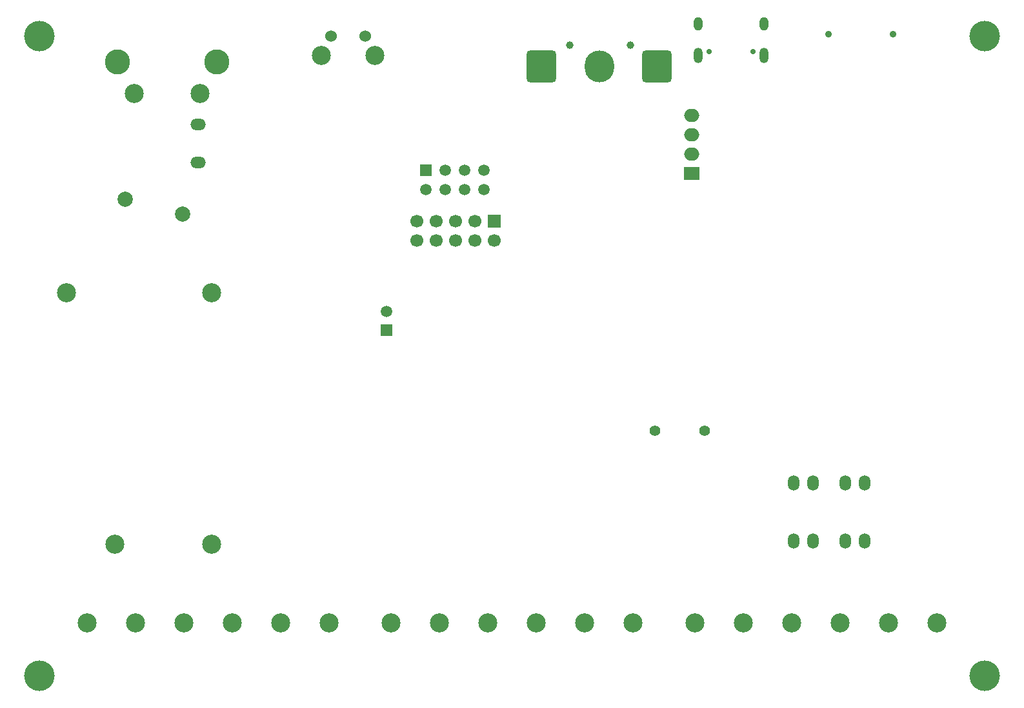
<source format=gbr>
%TF.GenerationSoftware,Altium Limited,Altium Designer,22.5.1 (42)*%
G04 Layer_Color=255*
%FSLAX45Y45*%
%MOMM*%
%TF.SameCoordinates,BCC7A4F8-9605-4868-ACEC-D28EECC8EA53*%
%TF.FilePolarity,Positive*%
%TF.FileFunction,Pads,Bot*%
%TF.Part,Single*%
G01*
G75*
%TA.AperFunction,ComponentPad*%
%ADD85O,1.20000X2.00000*%
%ADD86O,1.20000X1.80000*%
%ADD87C,0.70002*%
%ADD88C,3.30002*%
%ADD89C,2.50000*%
%ADD90C,2.49936*%
%ADD91C,1.99898*%
%TA.AperFunction,ViaPad*%
%ADD92C,4.00000*%
%TA.AperFunction,ComponentPad*%
%ADD93R,2.00000X1.70000*%
%ADD94O,2.00000X1.70000*%
%ADD95C,1.00000*%
%ADD96C,1.52400*%
%ADD97O,1.52400X2.00000*%
%ADD98C,1.50800*%
%ADD99R,1.50800X1.50800*%
%ADD100C,1.70000*%
%ADD101R,1.70000X1.70000*%
%ADD102C,1.50000*%
%ADD103R,1.50000X1.50000*%
%ADD104C,0.90002*%
%ADD105C,1.40800*%
%ADD106O,2.00000X1.50000*%
%TA.AperFunction,SMDPad,CuDef*%
%ADD109O,3.90000X4.18000*%
G04:AMPARAMS|DCode=110|XSize=3.9mm|YSize=4.18mm|CornerRadius=0.4875mm|HoleSize=0mm|Usage=FLASHONLY|Rotation=0.000|XOffset=0mm|YOffset=0mm|HoleType=Round|Shape=RoundedRectangle|*
%AMROUNDEDRECTD110*
21,1,3.90000,3.20500,0,0,0.0*
21,1,2.92500,4.18000,0,0,0.0*
1,1,0.97500,1.46250,-1.60250*
1,1,0.97500,-1.46250,-1.60250*
1,1,0.97500,-1.46250,1.60250*
1,1,0.97500,1.46250,1.60250*
%
%ADD110ROUNDEDRECTD110*%
D85*
X9806031Y8443257D02*
D03*
X8941029Y8443261D02*
D03*
D86*
X9806031Y8863260D02*
D03*
X8941029D02*
D03*
D87*
X9662526Y8495270D02*
D03*
X9084524D02*
D03*
D88*
X1321690Y8364060D02*
D03*
X2621713D02*
D03*
D89*
X1541707Y7944071D02*
D03*
X2401716D02*
D03*
X4697384Y8446950D02*
D03*
X3997386D02*
D03*
X1554413Y998280D02*
D03*
X919413D02*
D03*
X2189413D02*
D03*
X2824413D02*
D03*
X3459413D02*
D03*
X4094413D02*
D03*
X4909398D02*
D03*
X5544398D02*
D03*
X6179398D02*
D03*
X6814398D02*
D03*
X7449398D02*
D03*
X8084398D02*
D03*
X8899383D02*
D03*
X9534383D02*
D03*
X10169383D02*
D03*
X10804383D02*
D03*
X11439383D02*
D03*
X12074383D02*
D03*
D90*
X650810Y5328270D02*
D03*
X2555810D02*
D03*
X1285810Y2026270D02*
D03*
X2555810D02*
D03*
D91*
X1425850Y6562510D02*
D03*
X2177550Y6366310D02*
D03*
D92*
X300000Y300000D02*
D03*
X12700000Y300002D02*
D03*
X12699998Y8700002D02*
D03*
X299998Y8700000D02*
D03*
D93*
X8853710Y6897850D02*
D03*
D94*
Y7151850D02*
D03*
Y7659850D02*
D03*
Y7405850D02*
D03*
D95*
X8055227Y8579330D02*
D03*
X7257210D02*
D03*
D96*
X4572391Y8696963D02*
D03*
X4122379D02*
D03*
D97*
X10451930Y2067370D02*
D03*
Y2829370D02*
D03*
X11125420Y2074230D02*
D03*
Y2836230D02*
D03*
X10871420D02*
D03*
X10197930Y2829370D02*
D03*
Y2067370D02*
D03*
X10871420Y2074230D02*
D03*
D98*
X4852140Y5088510D02*
D03*
D99*
Y4838510D02*
D03*
D100*
X5250560Y6015340D02*
D03*
Y6269340D02*
D03*
X5504560Y6015340D02*
D03*
Y6269340D02*
D03*
X5758560Y6015340D02*
D03*
Y6269340D02*
D03*
X6012560Y6015340D02*
D03*
Y6269340D02*
D03*
X6266560Y6015340D02*
D03*
D101*
Y6269340D02*
D03*
D102*
X6131530Y6688710D02*
D03*
X5877530D02*
D03*
X5623530D02*
D03*
X5369530D02*
D03*
X5623530Y6942710D02*
D03*
X5877530D02*
D03*
X6131530D02*
D03*
D103*
X5369530D02*
D03*
D104*
X11496988Y8723327D02*
D03*
X10647002D02*
D03*
D105*
X8373390Y3516440D02*
D03*
X9023390D02*
D03*
D106*
X2382910Y7539820D02*
D03*
Y7039821D02*
D03*
D109*
X7642470Y8305550D02*
D03*
D110*
X8397470D02*
D03*
X6887470D02*
D03*
%TF.MD5,dc115d58970c4714957fafead8ae7d92*%
M02*

</source>
